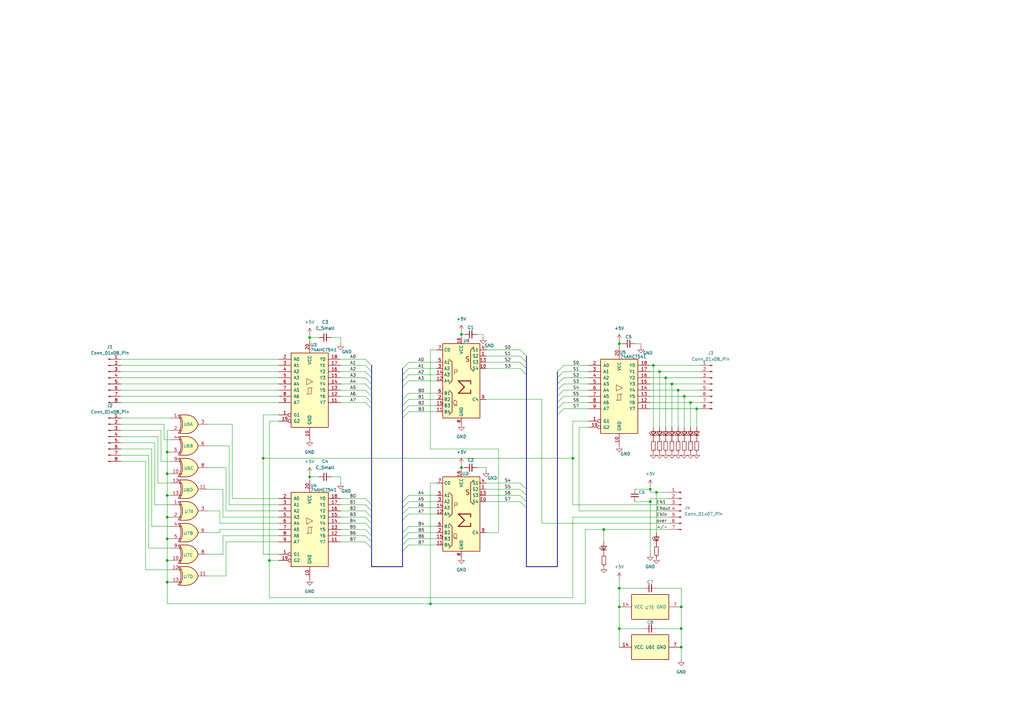
<source format=kicad_sch>
(kicad_sch (version 20250114) (generator "eeschema") (generator_version "9.0")
  (paper "A3")
  (lib_symbols
    (symbol "74xx:74AHCT541" (pin_names (offset 1.016))
      (property "Reference" "U" (at -7.62 16.51 0))
      (property "Value" "74AHCT541" (at -7.62 -16.51 0))
      (symbol "74AHCT541_1_0"
        (pin input line (at -12.7 12.7 0) (length 5.08) (name "A0") (number "2"))
        (pin input line (at -12.7 10.16 0) (length 5.08) (name "A1") (number "3"))
        (pin input line (at -12.7 7.62 0) (length 5.08) (name "A2") (number "4"))
        (pin input line (at -12.7 5.08 0) (length 5.08) (name "A3") (number "5"))
        (pin input line (at -12.7 2.54 0) (length 5.08) (name "A4") (number "6"))
        (pin input line (at -12.7 0 0) (length 5.08) (name "A5") (number "7"))
        (pin input line (at -12.7 -2.54 0) (length 5.08) (name "A6") (number "8"))
        (pin input line (at -12.7 -5.08 0) (length 5.08) (name "A7") (number "9"))
        (pin input inverted (at -12.7 -10.16 0) (length 5.08) (name "G1") (number "1"))
        (pin input inverted (at -12.7 -12.7 0) (length 5.08) (name "G2") (number "19"))
        (pin power_in line (at 0 20.32 270) (length 5.08) (name "VCC") (number "20"))
        (pin power_in line (at 0 -20.32 90) (length 5.08) (name "GND") (number "10"))
        (pin tri_state line (at 12.7 12.7 180) (length 5.08) (name "Y0") (number "18"))
        (pin tri_state line (at 12.7 10.16 180) (length 5.08) (name "Y1") (number "17"))
        (pin tri_state line (at 12.7 7.62 180) (length 5.08) (name "Y2") (number "16"))
        (pin tri_state line (at 12.7 5.08 180) (length 5.08) (name "Y3") (number "15"))
        (pin tri_state line (at 12.7 2.54 180) (length 5.08) (name "Y4") (number "14"))
        (pin tri_state line (at 12.7 0 180) (length 5.08) (name "Y5") (number "13"))
        (pin tri_state line (at 12.7 -2.54 180) (length 5.08) (name "Y6") (number "12"))
        (pin tri_state line (at 12.7 -5.08 180) (length 5.08) (name "Y7") (number "11"))
      )
    )
    (symbol "74xx:74HC86" (pin_names (offset 1.016))
      (property "Reference" "U" (at 0 1.27 0))
      (property "Value" "74HC86" (at 0 -1.27 0))
      (symbol "74HC86_1_0"
        (pin input line (at -7.62 2.54 0) (length 4.445) (name "~") (number "1"))
        (pin input line (at -7.62 -2.54 0) (length 4.445) (name "~") (number "2"))
        (pin output line (at 7.62 0 180) (length 3.81) (name "~") (number "3"))
      )
      (symbol "74HC86_2_0"
        (pin input line (at -7.62 2.54 0) (length 4.445) (name "~") (number "4"))
        (pin input line (at -7.62 -2.54 0) (length 4.445) (name "~") (number "5"))
        (pin output line (at 7.62 0 180) (length 3.81) (name "~") (number "6"))
      )
      (symbol "74HC86_3_0"
        (pin input line (at -7.62 2.54 0) (length 4.445) (name "~") (number "9"))
        (pin input line (at -7.62 -2.54 0) (length 4.445) (name "~") (number "10"))
        (pin output line (at 7.62 0 180) (length 3.81) (name "~") (number "8"))
      )
      (symbol "74HC86_4_0"
        (pin input line (at -7.62 2.54 0) (length 4.445) (name "~") (number "12"))
        (pin input line (at -7.62 -2.54 0) (length 4.445) (name "~") (number "13"))
        (pin output line (at 7.62 0 180) (length 3.81) (name "~") (number "11"))
      )
      (symbol "74HC86_5_0"
        (pin power_in line (at 0 12.7 270) (length 5.08) (name "VCC") (number "14"))
        (pin power_in line (at 0 -12.7 90) (length 5.08) (name "GND") (number "7"))
      )
    )
    (symbol "Connector:Conn_01x07_Pin" (pin_names (offset 1.016) (hide yes))
      (property "Reference" "J" (at 0 10.16 0))
      (property "Value" "Conn_01x07_Pin" (at 0 -10.16 0))
      (symbol "Conn_01x07_Pin_1_1"
        (pin passive line (at 5.08 7.62 180) (length 3.81) (name "Pin_1") (number "1"))
        (pin passive line (at 5.08 5.08 180) (length 3.81) (name "Pin_2") (number "2"))
        (pin passive line (at 5.08 2.54 180) (length 3.81) (name "Pin_3") (number "3"))
        (pin passive line (at 5.08 0 180) (length 3.81) (name "Pin_4") (number "4"))
        (pin passive line (at 5.08 -2.54 180) (length 3.81) (name "Pin_5") (number "5"))
        (pin passive line (at 5.08 -5.08 180) (length 3.81) (name "Pin_6") (number "6"))
        (pin passive line (at 5.08 -7.62 180) (length 3.81) (name "Pin_7") (number "7"))
      )
    )
    (symbol "Connector:Conn_01x08_Pin" (pin_names (offset 1.016) (hide yes))
      (property "Reference" "J" (at 0 10.16 0))
      (property "Value" "Conn_01x08_Pin" (at 0 -12.7 0))
      (symbol "Conn_01x08_Pin_1_1"
        (pin passive line (at 5.08 7.62 180) (length 3.81) (name "Pin_1") (number "1"))
        (pin passive line (at 5.08 5.08 180) (length 3.81) (name "Pin_2") (number "2"))
        (pin passive line (at 5.08 2.54 180) (length 3.81) (name "Pin_3") (number "3"))
        (pin passive line (at 5.08 0 180) (length 3.81) (name "Pin_4") (number "4"))
        (pin passive line (at 5.08 -2.54 180) (length 3.81) (name "Pin_5") (number "5"))
        (pin passive line (at 5.08 -5.08 180) (length 3.81) (name "Pin_6") (number "6"))
        (pin passive line (at 5.08 -7.62 180) (length 3.81) (name "Pin_7") (number "7"))
        (pin passive line (at 5.08 -10.16 180) (length 3.81) (name "Pin_8") (number "8"))
      )
    )
    (symbol "Device:C_Small" (pin_numbers (hide yes)) (pin_names (offset 0.254) (hide yes))
      (property "Reference" "C" (at 0.254 1.778 0))
      (property "Value" "C_Small" (at 0.254 -2.032 0))
      (symbol "C_Small_1_1"
        (pin passive line (at 0 2.54 270) (length 2.032) (name "~") (number "1"))
        (pin passive line (at 0 -2.54 90) (length 2.032) (name "~") (number "2"))
      )
    )
    (symbol "Device:LED_Small" (pin_numbers (hide yes)) (pin_names (offset 0.254) (hide yes))
      (property "Reference" "D" (at -1.27 3.175 0))
      (property "Value" "LED_Small" (at -4.445 -2.54 0))
      (symbol "LED_Small_1_1"
        (pin passive line (at -2.54 0 0) (length 1.778) (name "K") (number "1"))
        (pin passive line (at 2.54 0 180) (length 1.778) (name "A") (number "2"))
      )
    )
    (symbol "Device:R_Small" (pin_numbers (hide yes)) (pin_names (offset 0.254) (hide yes))
      (property "Reference" "R" (at 0.762 0.508 0))
      (property "Value" "R_Small" (at 0.762 -1.016 0))
      (symbol "R_Small_1_1"
        (pin passive line (at 0 2.54 270) (length 0.762) (name "~") (number "1"))
        (pin passive line (at 0 -2.54 90) (length 0.762) (name "~") (number "2"))
      )
    )
    (symbol "New_Library1:CD74HC283"
      (property "Reference" "U" (at 1.27 16.256 0))
      (symbol "CD74HC283_0_0"
        (text "Q" (at -2.54 -9.144 0) (effects (font (size 2.032 2.032))))
        (text "P" (at -2.286 3.556 0) (effects (font (size 2.032 2.032))))
      )
      (symbol "CD74HC283_1_0"
        (pin power_in line (at 0 17.78 270) (length 2.54) (name "VCC") (number "16"))
        (pin power_in line (at 0 -17.78 90) (length 2.54) (name "GND") (number "8"))
      )
      (symbol "CD74HC283_1_1"
        (text "S" (at 2.54 8.89 0) (effects (font (size 1.905 1.905) (thickness 0.2381))))
        (pin input line (at -10.16 12.7 0) (length 2.54) (name "C0") (number "7"))
        (pin input line (at -10.16 7.62 0) (length 2.54) (name "A1") (number "5"))
        (pin input line (at -10.16 5.08 0) (length 2.54) (name "A2") (number "3"))
        (pin input line (at -10.16 2.54 0) (length 2.54) (name "A3") (number "14"))
        (pin input line (at -10.16 0 0) (length 2.54) (name "A4") (number "12"))
        (pin input line (at -10.16 -5.08 0) (length 2.54) (name "B1") (number "6"))
        (pin input line (at -10.16 -7.62 0) (length 2.54) (name "B2") (number "2"))
        (pin input line (at -10.16 -10.16 0) (length 2.54) (name "B3") (number "15"))
        (pin input line (at -10.16 -12.7 0) (length 2.54) (name "B4") (number "11"))
        (pin output line (at 10.16 12.7 180) (length 2.54) (name "S1") (number "4"))
        (pin output line (at 10.16 10.16 180) (length 2.54) (name "S2") (number "1"))
        (pin output line (at 10.16 7.62 180) (length 2.54) (name "S3") (number "13"))
        (pin output line (at 10.16 5.08 180) (length 2.54) (name "S4") (number "10"))
        (pin output line (at 10.16 -7.62 180) (length 2.54) (name "C4") (number "9"))
      )
    )
    (symbol "power:+5V" (power) (pin_numbers (hide yes)) (pin_names (offset 0) (hide yes))
      (property "Value" "+5V" (at 0 3.556 0))
      (symbol "+5V_1_1"
        (pin power_in line (at 0 0 90) (length 0) (name "~") (number "1"))
      )
    )
    (symbol "power:GND" (power) (pin_numbers (hide yes)) (pin_names (offset 0) (hide yes))
      (property "Value" "GND" (at 0 -3.81 0))
      (symbol "GND_1_1"
        (pin power_in line (at 0 0 270) (length 0) (name "~") (number "1"))
      )
    )
  )
  (junction (at 275.59 157.48))
  (junction (at 176.53 247.65))
  (junction (at 254 140.97))
  (junction (at 280.67 162.56))
  (junction (at 267.97 149.86))
  (junction (at 68.58 194.31))
  (junction (at 273.05 154.94))
  (junction (at 254 257.81))
  (junction (at 189.23 137.16))
  (junction (at 68.58 185.42))
  (junction (at 269.24 201.93))
  (junction (at 279.4 248.92))
  (junction (at 247.65 217.17))
  (junction (at 278.13 160.02))
  (junction (at 189.23 191.77))
  (junction (at 279.4 257.81))
  (junction (at 68.58 238.76))
  (junction (at 68.58 229.87))
  (junction (at 127 195.58))
  (junction (at 270.51 152.4))
  (junction (at 266.7 205.74))
  (junction (at 68.58 212.09))
  (junction (at 283.21 165.1))
  (junction (at 107.95 187.96))
  (junction (at 279.4 265.43))
  (junction (at 110.49 229.87))
  (junction (at 127 138.43))
  (junction (at 254 241.3))
  (junction (at 234.95 187.96))
  (junction (at 285.75 167.64))
  (junction (at 68.58 203.2))
  (junction (at 68.58 220.98))
  (junction (at 266.7 200.66))
  (junction (at 254 248.92))
  (bus_entry (at 228.6 154.94) (size 2.54 -2.54))
  (bus_entry (at 152.4 224.79) (size -2.54 -2.54))
  (bus_entry (at 152.4 222.25) (size -2.54 -2.54))
  (bus_entry (at 215.9 208.28) (size -2.54 -2.54))
  (bus_entry (at 165.1 156.21) (size 2.54 -2.54))
  (bus_entry (at 165.1 163.83) (size 2.54 -2.54))
  (bus_entry (at 215.9 146.05) (size -2.54 -2.54))
  (bus_entry (at 165.1 210.82) (size 2.54 -2.54))
  (bus_entry (at 152.4 157.48) (size -2.54 -2.54))
  (bus_entry (at 152.4 149.86) (size -2.54 -2.54))
  (bus_entry (at 165.1 166.37) (size 2.54 -2.54))
  (bus_entry (at 215.9 153.67) (size -2.54 -2.54))
  (bus_entry (at 165.1 208.28) (size 2.54 -2.54))
  (bus_entry (at 228.6 165.1) (size 2.54 -2.54))
  (bus_entry (at 215.9 200.66) (size -2.54 -2.54))
  (bus_entry (at 165.1 153.67) (size 2.54 -2.54))
  (bus_entry (at 152.4 217.17) (size -2.54 -2.54))
  (bus_entry (at 215.9 205.74) (size -2.54 -2.54))
  (bus_entry (at 228.6 160.02) (size 2.54 -2.54))
  (bus_entry (at 152.4 214.63) (size -2.54 -2.54))
  (bus_entry (at 152.4 160.02) (size -2.54 -2.54))
  (bus_entry (at 165.1 168.91) (size 2.54 -2.54))
  (bus_entry (at 228.6 167.64) (size 2.54 -2.54))
  (bus_entry (at 152.4 154.94) (size -2.54 -2.54))
  (bus_entry (at 165.1 151.13) (size 2.54 -2.54))
  (bus_entry (at 165.1 171.45) (size 2.54 -2.54))
  (bus_entry (at 228.6 152.4) (size 2.54 -2.54))
  (bus_entry (at 165.1 218.44) (size 2.54 -2.54))
  (bus_entry (at 152.4 207.01) (size -2.54 -2.54))
  (bus_entry (at 165.1 223.52) (size 2.54 -2.54))
  (bus_entry (at 152.4 219.71) (size -2.54 -2.54))
  (bus_entry (at 152.4 165.1) (size -2.54 -2.54))
  (bus_entry (at 215.9 151.13) (size -2.54 -2.54))
  (bus_entry (at 215.9 148.59) (size -2.54 -2.54))
  (bus_entry (at 165.1 226.06) (size 2.54 -2.54))
  (bus_entry (at 165.1 213.36) (size 2.54 -2.54))
  (bus_entry (at 215.9 203.2) (size -2.54 -2.54))
  (bus_entry (at 228.6 170.18) (size 2.54 -2.54))
  (bus_entry (at 165.1 220.98) (size 2.54 -2.54))
  (bus_entry (at 165.1 158.75) (size 2.54 -2.54))
  (bus_entry (at 152.4 209.55) (size -2.54 -2.54))
  (bus_entry (at 228.6 162.56) (size 2.54 -2.54))
  (bus_entry (at 165.1 205.74) (size 2.54 -2.54))
  (bus_entry (at 152.4 212.09) (size -2.54 -2.54))
  (bus_entry (at 152.4 167.64) (size -2.54 -2.54))
  (bus_entry (at 228.6 157.48) (size 2.54 -2.54))
  (bus_entry (at 152.4 152.4) (size -2.54 -2.54))
  (bus_entry (at 152.4 162.56) (size -2.54 -2.54))
  (wire (pts (xy 68.58 194.31) (xy 69.85 194.31)))
  (bus (pts (xy 165.1 205.74) (xy 165.1 208.28)))
  (wire (pts (xy 167.64 220.98) (xy 179.07 220.98)))
  (bus (pts (xy 228.6 160.02) (xy 228.6 162.56)))
  (wire (pts (xy 254 140.97) (xy 254 142.24)))
  (wire (pts (xy 278.13 160.02) (xy 266.7 160.02)))
  (wire (pts (xy 114.3 217.17) (xy 90.17 217.17)))
  (wire (pts (xy 167.64 215.9) (xy 179.07 215.9)))
  (wire (pts (xy 266.7 201.93) (xy 269.24 201.93)))
  (bus (pts (xy 215.9 153.67) (xy 215.9 200.66)))
  (wire (pts (xy 222.25 163.83) (xy 222.25 214.63)))
  (bus (pts (xy 152.4 154.94) (xy 152.4 157.48)))
  (wire (pts (xy 63.5 207.01) (xy 69.85 207.01)))
  (wire (pts (xy 167.64 153.67) (xy 179.07 153.67)))
  (wire (pts (xy 114.3 227.33) (xy 107.95 227.33)))
  (wire (pts (xy 241.3 160.02) (xy 231.14 160.02)))
  (wire (pts (xy 254 257.81) (xy 264.16 257.81)))
  (wire (pts (xy 260.35 205.74) (xy 266.7 205.74)))
  (wire (pts (xy 287.02 165.1) (xy 283.21 165.1)))
  (wire (pts (xy 241.3 172.72) (xy 234.95 172.72)))
  (wire (pts (xy 149.86 162.56) (xy 139.7 162.56)))
  (wire (pts (xy 199.39 151.13) (xy 213.36 151.13)))
  (wire (pts (xy 69.85 233.68) (xy 59.69 233.68)))
  (wire (pts (xy 68.58 212.09) (xy 69.85 212.09)))
  (wire (pts (xy 49.53 149.86) (xy 114.3 149.86)))
  (wire (pts (xy 68.58 220.98) (xy 68.58 229.87)))
  (wire (pts (xy 198.12 138.43) (xy 198.12 137.16)))
  (bus (pts (xy 215.9 205.74) (xy 215.9 208.28)))
  (wire (pts (xy 68.58 212.09) (xy 68.58 220.98)))
  (bus (pts (xy 165.1 168.91) (xy 165.1 171.45)))
  (wire (pts (xy 167.64 163.83) (xy 179.07 163.83)))
  (wire (pts (xy 274.32 207.01) (xy 234.95 207.01)))
  (wire (pts (xy 49.53 154.94) (xy 114.3 154.94)))
  (wire (pts (xy 167.64 203.2) (xy 179.07 203.2)))
  (wire (pts (xy 199.39 143.51) (xy 213.36 143.51)))
  (wire (pts (xy 91.44 212.09) (xy 91.44 200.66)))
  (wire (pts (xy 60.96 186.69) (xy 60.96 224.79)))
  (wire (pts (xy 149.86 222.25) (xy 139.7 222.25)))
  (bus (pts (xy 215.9 151.13) (xy 215.9 153.67)))
  (wire (pts (xy 204.47 184.15) (xy 176.53 184.15)))
  (wire (pts (xy 267.97 149.86) (xy 267.97 175.26)))
  (wire (pts (xy 85.09 191.77) (xy 92.71 191.77)))
  (wire (pts (xy 234.95 207.01) (xy 234.95 187.96)))
  (wire (pts (xy 199.39 203.2) (xy 213.36 203.2)))
  (wire (pts (xy 237.49 175.26) (xy 237.49 209.55)))
  (wire (pts (xy 107.95 187.96) (xy 107.95 170.18)))
  (bus (pts (xy 152.4 207.01) (xy 152.4 209.55)))
  (wire (pts (xy 149.86 152.4) (xy 139.7 152.4)))
  (wire (pts (xy 66.04 176.53) (xy 66.04 189.23)))
  (wire (pts (xy 149.86 149.86) (xy 139.7 149.86)))
  (wire (pts (xy 110.49 172.72) (xy 110.49 229.87)))
  (wire (pts (xy 114.3 172.72) (xy 110.49 172.72)))
  (wire (pts (xy 190.5 137.16) (xy 189.23 137.16)))
  (bus (pts (xy 165.1 171.45) (xy 165.1 205.74)))
  (wire (pts (xy 234.95 245.11) (xy 110.49 245.11)))
  (wire (pts (xy 90.17 209.55) (xy 90.17 214.63)))
  (wire (pts (xy 222.25 214.63) (xy 274.32 214.63)))
  (wire (pts (xy 266.7 167.64) (xy 285.75 167.64)))
  (wire (pts (xy 278.13 160.02) (xy 278.13 175.26)))
  (wire (pts (xy 64.77 179.07) (xy 49.53 179.07)))
  (bus (pts (xy 165.1 218.44) (xy 165.1 220.98)))
  (wire (pts (xy 149.86 165.1) (xy 139.7 165.1)))
  (bus (pts (xy 215.9 203.2) (xy 215.9 205.74)))
  (wire (pts (xy 49.53 176.53) (xy 66.04 176.53)))
  (wire (pts (xy 247.65 222.25) (xy 247.65 217.17)))
  (wire (pts (xy 167.64 148.59) (xy 179.07 148.59)))
  (wire (pts (xy 199.39 148.59) (xy 213.36 148.59)))
  (wire (pts (xy 68.58 176.53) (xy 68.58 185.42)))
  (wire (pts (xy 269.24 201.93) (xy 269.24 218.44)))
  (wire (pts (xy 167.64 156.21) (xy 179.07 156.21)))
  (wire (pts (xy 68.58 203.2) (xy 68.58 212.09)))
  (wire (pts (xy 49.53 157.48) (xy 114.3 157.48)))
  (bus (pts (xy 228.6 154.94) (xy 228.6 157.48)))
  (wire (pts (xy 179.07 198.12) (xy 176.53 198.12)))
  (wire (pts (xy 139.7 140.97) (xy 139.7 138.43)))
  (wire (pts (xy 68.58 247.65) (xy 68.58 238.76)))
  (bus (pts (xy 215.9 148.59) (xy 215.9 151.13)))
  (wire (pts (xy 49.53 152.4) (xy 114.3 152.4)))
  (wire (pts (xy 283.21 165.1) (xy 266.7 165.1)))
  (wire (pts (xy 270.51 152.4) (xy 266.7 152.4)))
  (bus (pts (xy 152.4 167.64) (xy 152.4 207.01)))
  (wire (pts (xy 266.7 199.39) (xy 266.7 200.66)))
  (wire (pts (xy 189.23 135.89) (xy 189.23 137.16)))
  (wire (pts (xy 275.59 157.48) (xy 275.59 175.26)))
  (bus (pts (xy 228.6 157.48) (xy 228.6 160.02)))
  (wire (pts (xy 241.3 165.1) (xy 231.14 165.1)))
  (wire (pts (xy 149.86 204.47) (xy 139.7 204.47)))
  (wire (pts (xy 254 241.3) (xy 254 248.92)))
  (wire (pts (xy 92.71 222.25) (xy 92.71 236.22)))
  (bus (pts (xy 165.1 210.82) (xy 165.1 213.36)))
  (wire (pts (xy 69.85 180.34) (xy 67.31 180.34)))
  (wire (pts (xy 234.95 212.09) (xy 234.95 245.11)))
  (wire (pts (xy 95.25 204.47) (xy 114.3 204.47)))
  (wire (pts (xy 176.53 247.65) (xy 68.58 247.65)))
  (wire (pts (xy 262.89 140.97) (xy 260.35 140.97)))
  (bus (pts (xy 152.4 162.56) (xy 152.4 165.1)))
  (wire (pts (xy 190.5 191.77) (xy 189.23 191.77)))
  (wire (pts (xy 199.39 191.77) (xy 195.58 191.77)))
  (wire (pts (xy 287.02 160.02) (xy 278.13 160.02)))
  (wire (pts (xy 254 139.7) (xy 254 140.97)))
  (bus (pts (xy 215.9 232.41) (xy 228.6 232.41)))
  (wire (pts (xy 93.98 207.01) (xy 93.98 182.88)))
  (wire (pts (xy 269.24 201.93) (xy 274.32 201.93)))
  (wire (pts (xy 199.39 205.74) (xy 213.36 205.74)))
  (wire (pts (xy 149.86 160.02) (xy 139.7 160.02)))
  (wire (pts (xy 49.53 186.69) (xy 60.96 186.69)))
  (wire (pts (xy 254 248.92) (xy 254 257.81)))
  (wire (pts (xy 68.58 185.42) (xy 69.85 185.42)))
  (wire (pts (xy 90.17 218.44) (xy 85.09 218.44)))
  (wire (pts (xy 234.95 172.72) (xy 234.95 187.96)))
  (wire (pts (xy 85.09 227.33) (xy 91.44 227.33)))
  (wire (pts (xy 273.05 154.94) (xy 273.05 175.26)))
  (wire (pts (xy 68.58 220.98) (xy 69.85 220.98)))
  (wire (pts (xy 189.23 137.16) (xy 189.23 138.43)))
  (bus (pts (xy 152.4 209.55) (xy 152.4 212.09)))
  (bus (pts (xy 165.1 163.83) (xy 165.1 166.37)))
  (wire (pts (xy 189.23 190.5) (xy 189.23 191.77)))
  (wire (pts (xy 255.27 140.97) (xy 254 140.97)))
  (wire (pts (xy 130.81 195.58) (xy 127 195.58)))
  (wire (pts (xy 85.09 209.55) (xy 90.17 209.55)))
  (wire (pts (xy 68.58 238.76) (xy 69.85 238.76)))
  (wire (pts (xy 260.35 200.66) (xy 266.7 200.66)))
  (wire (pts (xy 273.05 154.94) (xy 266.7 154.94)))
  (wire (pts (xy 241.3 152.4) (xy 231.14 152.4)))
  (bus (pts (xy 152.4 152.4) (xy 152.4 154.94)))
  (wire (pts (xy 176.53 198.12) (xy 176.53 247.65)))
  (bus (pts (xy 228.6 165.1) (xy 228.6 167.64)))
  (wire (pts (xy 167.64 218.44) (xy 179.07 218.44)))
  (wire (pts (xy 240.03 247.65) (xy 176.53 247.65)))
  (bus (pts (xy 152.4 160.02) (xy 152.4 162.56)))
  (wire (pts (xy 199.39 198.12) (xy 213.36 198.12)))
  (wire (pts (xy 241.3 162.56) (xy 231.14 162.56)))
  (wire (pts (xy 280.67 162.56) (xy 280.67 175.26)))
  (wire (pts (xy 149.86 217.17) (xy 139.7 217.17)))
  (wire (pts (xy 90.17 214.63) (xy 114.3 214.63)))
  (wire (pts (xy 149.86 154.94) (xy 139.7 154.94)))
  (wire (pts (xy 49.53 171.45) (xy 69.85 171.45)))
  (wire (pts (xy 110.49 245.11) (xy 110.49 229.87)))
  (bus (pts (xy 165.1 153.67) (xy 165.1 156.21)))
  (wire (pts (xy 90.17 217.17) (xy 90.17 218.44)))
  (wire (pts (xy 69.85 215.9) (xy 62.23 215.9)))
  (bus (pts (xy 165.1 208.28) (xy 165.1 210.82)))
  (wire (pts (xy 67.31 173.99) (xy 49.53 173.99)))
  (wire (pts (xy 254 257.81) (xy 254 265.43)))
  (wire (pts (xy 107.95 170.18) (xy 114.3 170.18)))
  (wire (pts (xy 62.23 184.15) (xy 49.53 184.15)))
  (wire (pts (xy 49.53 181.61) (xy 63.5 181.61)))
  (wire (pts (xy 92.71 236.22) (xy 85.09 236.22)))
  (bus (pts (xy 152.4 214.63) (xy 152.4 217.17)))
  (wire (pts (xy 266.7 204.47) (xy 274.32 204.47)))
  (wire (pts (xy 266.7 205.74) (xy 266.7 227.33)))
  (wire (pts (xy 280.67 162.56) (xy 266.7 162.56)))
  (bus (pts (xy 152.4 232.41) (xy 165.1 232.41)))
  (wire (pts (xy 254 237.49) (xy 254 241.3)))
  (wire (pts (xy 167.64 168.91) (xy 179.07 168.91)))
  (wire (pts (xy 275.59 157.48) (xy 266.7 157.48)))
  (wire (pts (xy 167.64 210.82) (xy 179.07 210.82)))
  (wire (pts (xy 59.69 233.68) (xy 59.69 189.23)))
  (wire (pts (xy 149.86 207.01) (xy 139.7 207.01)))
  (wire (pts (xy 279.4 241.3) (xy 279.4 248.92)))
  (wire (pts (xy 264.16 241.3) (xy 254 241.3)))
  (wire (pts (xy 139.7 138.43) (xy 135.89 138.43)))
  (wire (pts (xy 199.39 146.05) (xy 213.36 146.05)))
  (wire (pts (xy 287.02 154.94) (xy 273.05 154.94)))
  (wire (pts (xy 59.69 189.23) (xy 49.53 189.23)))
  (wire (pts (xy 93.98 182.88) (xy 85.09 182.88)))
  (bus (pts (xy 152.4 212.09) (xy 152.4 214.63)))
  (bus (pts (xy 152.4 222.25) (xy 152.4 224.79)))
  (bus (pts (xy 215.9 200.66) (xy 215.9 203.2)))
  (wire (pts (xy 234.95 187.96) (xy 107.95 187.96)))
  (wire (pts (xy 114.3 222.25) (xy 92.71 222.25)))
  (wire (pts (xy 127 194.31) (xy 127 195.58)))
  (wire (pts (xy 287.02 162.56) (xy 280.67 162.56)))
  (wire (pts (xy 266.7 205.74) (xy 266.7 204.47)))
  (wire (pts (xy 198.12 137.16) (xy 195.58 137.16)))
  (bus (pts (xy 165.1 151.13) (xy 165.1 153.67)))
  (wire (pts (xy 107.95 227.33) (xy 107.95 187.96)))
  (wire (pts (xy 199.39 193.04) (xy 199.39 191.77)))
  (bus (pts (xy 165.1 232.41) (xy 165.1 226.06)))
  (wire (pts (xy 127 195.58) (xy 127 196.85)))
  (wire (pts (xy 262.89 142.24) (xy 262.89 140.97)))
  (wire (pts (xy 68.58 185.42) (xy 68.58 194.31)))
  (wire (pts (xy 287.02 157.48) (xy 275.59 157.48)))
  (wire (pts (xy 167.64 151.13) (xy 179.07 151.13)))
  (wire (pts (xy 149.86 147.32) (xy 139.7 147.32)))
  (wire (pts (xy 149.86 214.63) (xy 139.7 214.63)))
  (wire (pts (xy 237.49 209.55) (xy 274.32 209.55)))
  (wire (pts (xy 69.85 176.53) (xy 68.58 176.53)))
  (bus (pts (xy 152.4 165.1) (xy 152.4 167.64)))
  (wire (pts (xy 176.53 184.15) (xy 176.53 143.51)))
  (wire (pts (xy 199.39 200.66) (xy 213.36 200.66)))
  (wire (pts (xy 270.51 152.4) (xy 270.51 175.26)))
  (wire (pts (xy 63.5 181.61) (xy 63.5 207.01)))
  (wire (pts (xy 240.03 217.17) (xy 240.03 247.65)))
  (wire (pts (xy 241.3 167.64) (xy 231.14 167.64)))
  (bus (pts (xy 152.4 224.79) (xy 152.4 232.41)))
  (wire (pts (xy 149.86 209.55) (xy 139.7 209.55)))
  (wire (pts (xy 139.7 195.58) (xy 135.89 195.58)))
  (wire (pts (xy 287.02 152.4) (xy 270.51 152.4)))
  (wire (pts (xy 279.4 257.81) (xy 279.4 265.43)))
  (bus (pts (xy 228.6 167.64) (xy 228.6 170.18)))
  (wire (pts (xy 62.23 215.9) (xy 62.23 184.15)))
  (wire (pts (xy 127 138.43) (xy 127 139.7)))
  (wire (pts (xy 266.7 200.66) (xy 266.7 201.93)))
  (wire (pts (xy 149.86 219.71) (xy 139.7 219.71)))
  (wire (pts (xy 91.44 200.66) (xy 85.09 200.66)))
  (wire (pts (xy 69.85 198.12) (xy 64.77 198.12)))
  (wire (pts (xy 91.44 227.33) (xy 91.44 219.71)))
  (wire (pts (xy 67.31 180.34) (xy 67.31 173.99)))
  (wire (pts (xy 283.21 165.1) (xy 283.21 175.26)))
  (wire (pts (xy 267.97 149.86) (xy 266.7 149.86)))
  (wire (pts (xy 237.49 175.26) (xy 241.3 175.26)))
  (bus (pts (xy 228.6 232.41) (xy 228.6 170.18)))
  (wire (pts (xy 110.49 229.87) (xy 114.3 229.87)))
  (wire (pts (xy 85.09 173.99) (xy 95.25 173.99)))
  (wire (pts (xy 49.53 165.1) (xy 114.3 165.1)))
  (wire (pts (xy 241.3 154.94) (xy 231.14 154.94)))
  (wire (pts (xy 114.3 212.09) (xy 91.44 212.09)))
  (wire (pts (xy 269.24 241.3) (xy 279.4 241.3)))
  (bus (pts (xy 215.9 146.05) (xy 215.9 148.59)))
  (wire (pts (xy 68.58 229.87) (xy 68.58 238.76)))
  (bus (pts (xy 165.1 166.37) (xy 165.1 168.91)))
  (wire (pts (xy 167.64 161.29) (xy 179.07 161.29)))
  (wire (pts (xy 68.58 203.2) (xy 69.85 203.2)))
  (wire (pts (xy 241.3 157.48) (xy 231.14 157.48)))
  (wire (pts (xy 49.53 160.02) (xy 114.3 160.02)))
  (wire (pts (xy 139.7 198.12) (xy 139.7 195.58)))
  (wire (pts (xy 269.24 257.81) (xy 279.4 257.81)))
  (wire (pts (xy 149.86 157.48) (xy 139.7 157.48)))
  (wire (pts (xy 66.04 189.23) (xy 69.85 189.23)))
  (bus (pts (xy 215.9 208.28) (xy 215.9 232.41)))
  (wire (pts (xy 60.96 224.79) (xy 69.85 224.79)))
  (wire (pts (xy 92.71 191.77) (xy 92.71 209.55)))
  (wire (pts (xy 114.3 207.01) (xy 93.98 207.01)))
  (bus (pts (xy 152.4 149.86) (xy 152.4 152.4)))
  (wire (pts (xy 149.86 212.09) (xy 139.7 212.09)))
  (wire (pts (xy 176.53 143.51) (xy 179.07 143.51)))
  (bus (pts (xy 228.6 152.4) (xy 228.6 154.94)))
  (wire (pts (xy 167.64 208.28) (xy 179.07 208.28)))
  (bus (pts (xy 152.4 157.48) (xy 152.4 160.02)))
  (wire (pts (xy 49.53 162.56) (xy 114.3 162.56)))
  (wire (pts (xy 279.4 248.92) (xy 279.4 257.81)))
  (wire (pts (xy 68.58 229.87) (xy 69.85 229.87)))
  (wire (pts (xy 285.75 175.26) (xy 285.75 167.64)))
  (wire (pts (xy 95.25 173.99) (xy 95.25 204.47)))
  (wire (pts (xy 167.64 205.74) (xy 179.07 205.74)))
  (bus (pts (xy 165.1 156.21) (xy 165.1 158.75)))
  (wire (pts (xy 167.64 166.37) (xy 179.07 166.37)))
  (wire (pts (xy 189.23 191.77) (xy 189.23 193.04)))
  (wire (pts (xy 199.39 163.83) (xy 222.25 163.83)))
  (bus (pts (xy 228.6 162.56) (xy 228.6 165.1)))
  (wire (pts (xy 279.4 265.43) (xy 279.4 270.51)))
  (wire (pts (xy 49.53 147.32) (xy 114.3 147.32)))
  (wire (pts (xy 287.02 149.86) (xy 267.97 149.86)))
  (wire (pts (xy 91.44 219.71) (xy 114.3 219.71)))
  (bus (pts (xy 165.1 220.98) (xy 165.1 223.52)))
  (bus (pts (xy 152.4 217.17) (xy 152.4 219.71)))
  (bus (pts (xy 152.4 219.71) (xy 152.4 222.25)))
  (wire (pts (xy 285.75 167.64) (xy 287.02 167.64)))
  (wire (pts (xy 130.81 138.43) (xy 127 138.43)))
  (wire (pts (xy 64.77 198.12) (xy 64.77 179.07)))
  (bus (pts (xy 165.1 213.36) (xy 165.1 218.44)))
  (wire (pts (xy 234.95 212.09) (xy 274.32 212.09)))
  (wire (pts (xy 167.64 223.52) (xy 179.07 223.52)))
  (wire (pts (xy 127 137.16) (xy 127 138.43)))
  (wire (pts (xy 92.71 209.55) (xy 114.3 209.55)))
  (bus (pts (xy 165.1 223.52) (xy 165.1 226.06)))
  (bus (pts (xy 165.1 158.75) (xy 165.1 163.83)))
  (wire (pts (xy 247.65 217.17) (xy 240.03 217.17)))
  (wire (pts (xy 241.3 149.86) (xy 231.14 149.86)))
  (wire (pts (xy 199.39 218.44) (xy 204.47 218.44)))
  (wire (pts (xy 204.47 218.44) (xy 204.47 184.15)))
  (wire (pts (xy 274.32 217.17) (xy 247.65 217.17)))
  (wire (pts (xy 68.58 194.31) (xy 68.58 203.2)))
  (label "A1" (at 146.05 149.86 180))
  (label "ENout" (at 269.24 209.55 0))
  (label "B3" (at 171.45 168.91 0))
  (label "B1" (at 146.05 207.01 180))
  (label "A5" (at 146.05 160.02 180))
  (label "S3" (at 234.95 157.48 0))
  (label "A4" (at 146.05 157.48 180))
  (label "S4" (at 209.55 198.12 180))
  (label "S1" (at 209.55 146.05 180))
  (label "A7" (at 171.45 210.82 0))
  (label "A3" (at 146.05 154.94 180))
  (label "over" (at 269.24 214.63 0))
  (label "S6" (at 234.95 165.1 0))
  (label "B7" (at 171.45 223.52 0))
  (label "B2" (at 171.45 166.37 0))
  (label "A6" (at 171.45 208.28 0))
  (label "B5" (at 171.45 218.44 0))
  (label "B6" (at 146.05 219.71 180))
  (label "A3" (at 171.45 156.21 0))
  (label "A0" (at 171.45 148.59 0))
  (label "B4" (at 146.05 214.63 180))
  (label "S2" (at 234.95 154.94 0))
  (label "EN1" (at 269.24 207.01 0))
  (label "B1" (at 171.45 163.83 0))
  (label "S4" (at 234.95 160.02 0))
  (label "B3" (at 146.05 212.09 180))
  (label "B2" (at 146.05 209.55 180))
  (label "S5" (at 234.95 162.56 0))
  (label "A2" (at 171.45 153.67 0))
  (label "B0" (at 146.05 204.47 180))
  (label "B4" (at 171.45 215.9 0))
  (label "B0" (at 171.45 161.29 0))
  (label "B5" (at 146.05 217.17 180))
  (label "S0" (at 209.55 143.51 180))
  (label "ENin" (at 269.24 212.09 0))
  (label "S0" (at 234.95 149.86 0))
  (label "B6" (at 171.45 220.98 0))
  (label "S2" (at 209.55 148.59 180))
  (label "A1" (at 171.45 151.13 0))
  (label "A6" (at 146.05 162.56 180))
  (label "B7" (at 146.05 222.25 180))
  (label "A0" (at 146.05 147.32 180))
  (label "S7" (at 209.55 205.74 180))
  (label "A7" (at 146.05 165.1 180))
  (label "S7" (at 234.95 167.64 0))
  (label "+{slash}-" (at 269.24 217.17 0))
  (label "A2" (at 146.05 152.4 180))
  (label "S3" (at 209.55 151.13 180))
  (label "S5" (at 209.55 200.66 180))
  (label "S1" (at 234.95 152.4 0))
  (label "A5" (at 171.45 205.74 0))
  (label "A4" (at 171.45 203.2 0))
  (label "S6" (at 209.55 203.2 180))
  (symbol (lib_id "power:GND") (at 267.97 185.42 0) (unit 1)
    (property "Reference" "#PWR016" (effects (hide yes)))
    (property "Value" "GND" (effects (hide yes)))
    (property "Description" "Power symbol creates a global label with name \"GND\" , ground" (effects (hide yes)))
  )
  (symbol (lib_id "Device:LED_Small") (at 247.65 224.79 90) (unit 1)
    (property "Reference" "D9" (effects (hide yes)))
    (property "Value" "LED_Small" (effects (hide yes)))
    (property "Footprint" "LED_SMD:LED_0603_1608Metric_Pad1.05x0.95mm_HandSolder" (effects (hide yes)))
    (property "Description" "Light emitting diode, small symbol" (effects (hide yes)))
  )
  (symbol (lib_id "power:GND") (at 269.24 228.6 0) (unit 1)
    (property "Reference" "#PWR029" (effects (hide yes)))
    (property "Value" "GND" (effects (hide yes)))
    (property "Description" "Power symbol creates a global label with name \"GND\" , ground" (effects (hide yes)))
  )
  (symbol (lib_id "power:GND") (at 280.67 185.42 0) (unit 1)
    (property "Reference" "#PWR021" (effects (hide yes)))
    (property "Value" "GND" (effects (hide yes)))
    (property "Description" "Power symbol creates a global label with name \"GND\" , ground" (effects (hide yes)))
  )
  (symbol (lib_id "power:+5V") (at 189.23 190.5 0) (unit 1)
    (property "Reference" "#PWR03" (effects (hide yes)))
    (property "Value" "+5V" (at 189.23 185.42 0))
    (property "Description" "Power symbol creates a global label with name \"+5V\"" (effects (hide yes)))
  )
  (symbol (lib_id "power:GND") (at 189.23 228.6 0) (unit 1)
    (property "Reference" "#PWR02" (effects (hide yes)))
    (property "Value" "GND" (at 189.23 233.68 0))
    (property "Description" "Power symbol creates a global label with name \"GND\" , ground" (effects (hide yes)))
  )
  (symbol (lib_id "power:GND") (at 285.75 185.42 0) (unit 1)
    (property "Reference" "#PWR023" (effects (hide yes)))
    (property "Value" "GND" (effects (hide yes)))
    (property "Description" "Power symbol creates a global label with name \"GND\" , ground" (effects (hide yes)))
  )
  (symbol (lib_id "74xx:74HC86") (at 77.47 227.33 0) (unit 3)
    (property "Reference" "U7" (at 77.216 227.584 0))
    (property "Value" "74HC86" (effects (hide yes)))
    (property "Footprint" "Package_SO:SOIC-14_3.9x8.7mm_P1.27mm" (effects (hide yes)))
    (property "Datasheet" "http://www.ti.com/lit/gpn/sn74HC86" (effects (hide yes)))
    (property "Description" "Quad 2-input XOR" (effects (hide yes)))
  )
  (symbol (lib_id "Device:C_Small") (at 133.35 138.43 90) (unit 1)
    (property "Reference" "C3" (at 133.3563 132.08 90))
    (property "Value" "C_Small" (at 133.3563 134.62 90))
    (property "Footprint" "Capacitor_SMD:C_0603_1608Metric_Pad1.08x0.95mm_HandSolder" (effects (hide yes)))
    (property "Description" "Unpolarized capacitor, small symbol" (effects (hide yes)))
  )
  (symbol (lib_id "Device:R_Small") (at 283.21 182.88 0) (unit 1)
    (property "Reference" "R7" (effects (hide yes)))
    (property "Value" "R_Small" (effects (hide yes)))
    (property "Footprint" "Resistor_SMD:R_0603_1608Metric_Pad0.98x0.95mm_HandSolder" (effects (hide yes)))
    (property "Description" "Resistor, small symbol" (effects (hide yes)))
  )
  (symbol (lib_id "74xx:74AHCT541") (at 127 217.17 0) (unit 1)
    (property "Reference" "U4" (at 127.254 199.136 0) (effects (justify left)))
    (property "Value" "74AHCT541" (at 127.254 200.914 0) (effects (justify left)))
    (property "Footprint" "Package_SO:SOIC-20W_7.5x12.8mm_P1.27mm" (effects (hide yes)))
    (property "Datasheet" "https://www.ti.com/lit/ds/symlink/sn74ahct541.pdf" (effects (hide yes)))
    (property "Description" "8-bit Buffer/Line Driver 3-state outputs" (effects (hide yes)))
  )
  (symbol (lib_id "power:GND") (at 270.51 185.42 0) (unit 1)
    (property "Reference" "#PWR017" (effects (hide yes)))
    (property "Value" "GND" (effects (hide yes)))
    (property "Description" "Power symbol creates a global label with name \"GND\" , ground" (effects (hide yes)))
  )
  (symbol (lib_id "power:GND") (at 262.89 142.24 0) (unit 1)
    (property "Reference" "#PWR014" (effects (hide yes)))
    (property "Value" "GND" (at 265.684 144.78 0))
    (property "Description" "Power symbol creates a global label with name \"GND\" , ground" (effects (hide yes)))
  )
  (symbol (lib_id "Device:C_Small") (at 257.81 140.97 90) (unit 1)
    (property "Reference" "C5" (at 257.81 138.176 90))
    (property "Value" "C_Small" (effects (hide yes)))
    (property "Footprint" "Capacitor_SMD:C_0603_1608Metric_Pad1.08x0.95mm_HandSolder" (effects (hide yes)))
    (property "Description" "Unpolarized capacitor, small symbol" (effects (hide yes)))
  )
  (symbol (lib_id "power:+5V") (at 254 139.7 0) (unit 1)
    (property "Reference" "#PWR013" (effects (hide yes)))
    (property "Value" "+5V" (at 254 134.62 0))
    (property "Description" "Power symbol creates a global label with name \"+5V\"" (effects (hide yes)))
  )
  (symbol (lib_id "Device:C_Small") (at 193.04 191.77 90) (unit 1)
    (property "Reference" "C2" (at 193.04 188.722 90))
    (property "Value" "C_Small" (effects (hide yes)))
    (property "Footprint" "Capacitor_SMD:C_0603_1608Metric_Pad1.08x0.95mm_HandSolder" (effects (hide yes)))
    (property "Description" "Unpolarized capacitor, small symbol" (effects (hide yes)))
  )
  (symbol (lib_id "power:GND") (at 278.13 185.42 0) (unit 1)
    (property "Reference" "#PWR020" (effects (hide yes)))
    (property "Value" "GND" (effects (hide yes)))
    (property "Description" "Power symbol creates a global label with name \"GND\" , ground" (effects (hide yes)))
  )
  (symbol (lib_id "Device:R_Small") (at 280.67 182.88 0) (unit 1)
    (property "Reference" "R6" (effects (hide yes)))
    (property "Value" "R_Small" (effects (hide yes)))
    (property "Footprint" "Resistor_SMD:R_0603_1608Metric_Pad0.98x0.95mm_HandSolder" (effects (hide yes)))
    (property "Description" "Resistor, small symbol" (effects (hide yes)))
  )
  (symbol (lib_id "74xx:74HC86") (at 266.7 248.92 90) (unit 5)
    (property "Reference" "U7" (at 266.446 249.174 90))
    (property "Value" "74HC86" (effects (hide yes)))
    (property "Footprint" "Package_SO:SOIC-14_3.9x8.7mm_P1.27mm" (effects (hide yes)))
    (property "Datasheet" "http://www.ti.com/lit/gpn/sn74HC86" (effects (hide yes)))
    (property "Description" "Quad 2-input XOR" (effects (hide yes)))
  )
  (symbol (lib_id "Connector:Conn_01x08_Pin") (at 44.45 179.07 0) (unit 1)
    (property "Reference" "J2" (at 45.085 166.37 0))
    (property "Value" "Conn_01x08_Pin" (at 45.085 168.91 0))
    (property "Footprint" "Connector_PinHeader_2.54mm:PinHeader_1x08_P2.54mm_Vertical" (effects (hide yes)))
    (property "Description" "Generic connector, single row, 01x08, script generated" (effects (hide yes)))
  )
  (symbol (lib_id "Connector:Conn_01x08_Pin") (at 44.45 154.94 0) (unit 1)
    (property "Reference" "J1" (at 45.085 142.24 0))
    (property "Value" "Conn_01x08_Pin" (at 45.085 144.78 0))
    (property "Footprint" "Connector_PinHeader_2.54mm:PinHeader_1x08_P2.54mm_Vertical" (effects (hide yes)))
    (property "Description" "Generic connector, single row, 01x08, script generated" (effects (hide yes)))
  )
  (symbol (lib_id "74xx:74HC86") (at 266.7 265.43 90) (unit 5)
    (property "Reference" "U6" (at 266.7 265.43 90))
    (property "Value" "74HC86" (effects (hide yes)))
    (property "Footprint" "Package_SO:SOIC-14_3.9x8.7mm_P1.27mm" (effects (hide yes)))
    (property "Datasheet" "http://www.ti.com/lit/gpn/sn74HC86" (effects (hide yes)))
    (property "Description" "Quad 2-input XOR" (effects (hide yes)))
  )
  (symbol (lib_id "74xx:74HC86") (at 77.47 191.77 0) (unit 3)
    (property "Reference" "U6" (at 77.47 192.024 0))
    (property "Value" "74HC86" (effects (hide yes)))
    (property "Footprint" "Package_SO:SOIC-14_3.9x8.7mm_P1.27mm" (effects (hide yes)))
    (property "Datasheet" "http://www.ti.com/lit/gpn/sn74HC86" (effects (hide yes)))
    (property "Description" "Quad 2-input XOR" (effects (hide yes)))
  )
  (symbol (lib_id "power:+5V") (at 189.23 135.89 0) (unit 1)
    (property "Reference" "#PWR04" (effects (hide yes)))
    (property "Value" "+5V" (at 189.23 130.81 0))
    (property "Description" "Power symbol creates a global label with name \"+5V\"" (effects (hide yes)))
  )
  (symbol (lib_id "Device:C_Small") (at 266.7 241.3 90) (unit 1)
    (property "Reference" "C7" (at 266.7 238.76 90))
    (property "Value" "C_Small" (effects (hide yes)))
    (property "Footprint" "Capacitor_SMD:C_0603_1608Metric_Pad1.08x0.95mm_HandSolder" (effects (hide yes)))
    (property "Description" "Unpolarized capacitor, small symbol" (effects (hide yes)))
  )
  (symbol (lib_id "Device:LED_Small") (at 285.75 177.8 90) (unit 1)
    (property "Reference" "D8" (effects (hide yes)))
    (property "Value" "LED_Small" (effects (hide yes)))
    (property "Footprint" "LED_SMD:LED_0603_1608Metric_Pad1.05x0.95mm_HandSolder" (effects (hide yes)))
    (property "Description" "Light emitting diode, small symbol" (effects (hide yes)))
  )
  (symbol (lib_id "74xx:74HC86") (at 77.47 218.44 0) (unit 2)
    (property "Reference" "U7" (at 77.216 218.694 0))
    (property "Value" "74HC86" (effects (hide yes)))
    (property "Footprint" "Package_SO:SOIC-14_3.9x8.7mm_P1.27mm" (effects (hide yes)))
    (property "Datasheet" "http://www.ti.com/lit/gpn/sn74HC86" (effects (hide yes)))
    (property "Description" "Quad 2-input XOR" (effects (hide yes)))
  )
  (symbol (lib_id "74xx:74HC86") (at 77.47 173.99 0) (unit 1)
    (property "Reference" "U6" (at 77.216 173.99 0))
    (property "Value" "74HC86" (effects (hide yes)))
    (property "Footprint" "Package_SO:SOIC-14_3.9x8.7mm_P1.27mm" (effects (hide yes)))
    (property "Datasheet" "http://www.ti.com/lit/gpn/sn74HC86" (effects (hide yes)))
    (property "Description" "Quad 2-input XOR" (effects (hide yes)))
  )
  (symbol (lib_id "power:GND") (at 127 180.34 0) (unit 1)
    (property "Reference" "#PWR011" (effects (hide yes)))
    (property "Value" "GND" (at 127 185.42 0))
    (property "Description" "Power symbol creates a global label with name \"GND\" , ground" (effects (hide yes)))
  )
  (symbol (lib_id "74xx:74HC86") (at 77.47 236.22 0) (unit 4)
    (property "Reference" "U7" (at 77.216 236.474 0))
    (property "Value" "74HC86" (effects (hide yes)))
    (property "Footprint" "Package_SO:SOIC-14_3.9x8.7mm_P1.27mm" (effects (hide yes)))
    (property "Datasheet" "http://www.ti.com/lit/gpn/sn74HC86" (effects (hide yes)))
    (property "Description" "Quad 2-input XOR" (effects (hide yes)))
  )
  (symbol (lib_id "Device:C_Small") (at 260.35 203.2 0) (unit 1)
    (property "Reference" "C6" (at 261.874 201.93 0) (effects (justify left)))
    (property "Value" "C_Small" (effects (hide yes)))
    (property "Footprint" "Capacitor_SMD:C_0603_1608Metric_Pad1.08x0.95mm_HandSolder" (effects (hide yes)))
    (property "Description" "Unpolarized capacitor, small symbol" (effects (hide yes)))
  )
  (symbol (lib_id "Device:R_Small") (at 273.05 182.88 0) (unit 1)
    (property "Reference" "R3" (effects (hide yes)))
    (property "Value" "R_Small" (effects (hide yes)))
    (property "Footprint" "Resistor_SMD:R_0603_1608Metric_Pad0.98x0.95mm_HandSolder" (effects (hide yes)))
    (property "Description" "Resistor, small symbol" (effects (hide yes)))
  )
  (symbol (lib_id "New_Library1:CD74HC283") (at 189.23 156.21 0) (unit 1)
    (property "Reference" "U1" (at 189.992 139.7 0) (effects (justify left)))
    (property "Value" "~" (at 191.4241 139.7 0) (effects (justify left)))
    (property "Footprint" "Package_SO:SO-16_3.9x9.9mm_P1.27mm" (effects (hide yes)))
  )
  (symbol (lib_id "power:+5V") (at 127 137.16 0) (unit 1)
    (property "Reference" "#PWR07" (effects (hide yes)))
    (property "Value" "+5V" (at 127 132.08 0))
    (property "Description" "Power symbol creates a global label with name \"+5V\"" (effects (hide yes)))
  )
  (symbol (lib_id "Device:LED_Small") (at 273.05 177.8 90) (unit 1)
    (property "Reference" "D3" (effects (hide yes)))
    (property "Value" "LED_Small" (effects (hide yes)))
    (property "Footprint" "LED_SMD:LED_0603_1608Metric_Pad1.05x0.95mm_HandSolder" (effects (hide yes)))
    (property "Description" "Light emitting diode, small symbol" (effects (hide yes)))
  )
  (symbol (lib_id "power:+5V") (at 254 237.49 0) (unit 1)
    (property "Reference" "#PWR027" (effects (hide yes)))
    (property "Value" "+5V" (at 254 232.41 0))
    (property "Description" "Power symbol creates a global label with name \"+5V\"" (effects (hide yes)))
  )
  (symbol (lib_id "Device:LED_Small") (at 267.97 177.8 90) (unit 1)
    (property "Reference" "D1" (effects (hide yes)))
    (property "Value" "LED_Small" (effects (hide yes)))
    (property "Footprint" "LED_SMD:LED_0603_1608Metric_Pad1.05x0.95mm_HandSolder" (effects (hide yes)))
    (property "Description" "Light emitting diode, small symbol" (effects (hide yes)))
  )
  (symbol (lib_id "74xx:74HC86") (at 77.47 209.55 0) (unit 1)
    (property "Reference" "U7" (at 77.47 209.804 0))
    (property "Value" "74HC86" (effects (hide yes)))
    (property "Footprint" "Package_SO:SOIC-14_3.9x8.7mm_P1.27mm" (effects (hide yes)))
    (property "Datasheet" "http://www.ti.com/lit/gpn/sn74HC86" (effects (hide yes)))
    (property "Description" "Quad 2-input XOR" (effects (hide yes)))
  )
  (symbol (lib_id "Device:LED_Small") (at 283.21 177.8 90) (unit 1)
    (property "Reference" "D7" (effects (hide yes)))
    (property "Value" "LED_Small" (effects (hide yes)))
    (property "Footprint" "LED_SMD:LED_0603_1608Metric_Pad1.05x0.95mm_HandSolder" (effects (hide yes)))
    (property "Description" "Light emitting diode, small symbol" (effects (hide yes)))
  )
  (symbol (lib_id "power:GND") (at 139.7 140.97 0) (unit 1)
    (property "Reference" "#PWR08" (effects (hide yes)))
    (property "Value" "GND" (at 142.24 144.272 0))
    (property "Description" "Power symbol creates a global label with name \"GND\" , ground" (effects (hide yes)))
  )
  (symbol (lib_id "Device:R_Small") (at 267.97 182.88 0) (unit 1)
    (property "Reference" "R1" (effects (hide yes)))
    (property "Value" "R_Small" (effects (hide yes)))
    (property "Footprint" "Resistor_SMD:R_0603_1608Metric_Pad0.98x0.95mm_HandSolder" (effects (hide yes)))
    (property "Description" "Resistor, small symbol" (effects (hide yes)))
  )
  (symbol (lib_id "Connector:Conn_01x08_Pin") (at 292.1 157.48 0) (mirror y) (unit 1)
    (property "Reference" "J3" (at 291.465 144.78 0))
    (property "Value" "Conn_01x08_Pin" (at 291.465 147.32 0))
    (property "Footprint" "Connector_PinHeader_2.54mm:PinHeader_1x08_P2.54mm_Vertical" (effects (hide yes)))
    (property "Description" "Generic connector, single row, 01x08, script generated" (effects (hide yes)))
  )
  (symbol (lib_id "Device:R_Small") (at 278.13 182.88 0) (unit 1)
    (property "Reference" "R5" (effects (hide yes)))
    (property "Value" "R_Small" (effects (hide yes)))
    (property "Footprint" "Resistor_SMD:R_0603_1608Metric_Pad0.98x0.95mm_HandSolder" (effects (hide yes)))
    (property "Description" "Resistor, small symbol" (effects (hide yes)))
  )
  (symbol (lib_id "Device:LED_Small") (at 280.67 177.8 90) (unit 1)
    (property "Reference" "D6" (effects (hide yes)))
    (property "Value" "LED_Small" (effects (hide yes)))
    (property "Footprint" "LED_SMD:LED_0603_1608Metric_Pad1.05x0.95mm_HandSolder" (effects (hide yes)))
    (property "Description" "Light emitting diode, small symbol" (effects (hide yes)))
  )
  (symbol (lib_id "power:GND") (at 254 182.88 0) (unit 1)
    (property "Reference" "#PWR015" (effects (hide yes)))
    (property "Value" "GND" (at 256.54 186.182 0))
    (property "Description" "Power symbol creates a global label with name \"GND\" , ground" (effects (hide yes)))
  )
  (symbol (lib_id "74xx:74HC86") (at 77.47 200.66 0) (unit 4)
    (property "Reference" "U6" (at 77.216 200.914 0))
    (property "Value" "74HC86" (effects (hide yes)))
    (property "Footprint" "Package_SO:SOIC-14_3.9x8.7mm_P1.27mm" (effects (hide yes)))
    (property "Datasheet" "http://www.ti.com/lit/gpn/sn74HC86" (effects (hide yes)))
    (property "Description" "Quad 2-input XOR" (effects (hide yes)))
  )
  (symbol (lib_id "Device:R_Small") (at 270.51 182.88 0) (unit 1)
    (property "Reference" "R2" (effects (hide yes)))
    (property "Value" "R_Small" (effects (hide yes)))
    (property "Footprint" "Resistor_SMD:R_0603_1608Metric_Pad0.98x0.95mm_HandSolder" (effects (hide yes)))
    (property "Description" "Resistor, small symbol" (effects (hide yes)))
  )
  (symbol (lib_id "power:GND") (at 266.7 227.33 0) (unit 1)
    (property "Reference" "#PWR025" (effects (hide yes)))
    (property "Value" "GND" (at 266.7 232.41 0))
    (property "Description" "Power symbol creates a global label with name \"GND\" , ground" (effects (hide yes)))
  )
  (symbol (lib_id "74xx:74HC86") (at 77.47 182.88 0) (unit 2)
    (property "Reference" "U6" (at 77.216 182.88 0))
    (property "Value" "74HC86" (effects (hide yes)))
    (property "Footprint" "Package_SO:SOIC-14_3.9x8.7mm_P1.27mm" (effects (hide yes)))
    (property "Datasheet" "http://www.ti.com/lit/gpn/sn74HC86" (effects (hide yes)))
    (property "Description" "Quad 2-input XOR" (effects (hide yes)))
  )
  (symbol (lib_id "power:GND") (at 127 237.49 0) (unit 1)
    (property "Reference" "#PWR012" (effects (hide yes)))
    (property "Value" "GND" (at 127 242.57 0))
    (property "Description" "Power symbol creates a global label with name \"GND\" , ground" (effects (hide yes)))
  )
  (symbol (lib_id "Device:C_Small") (at 266.7 257.81 90) (unit 1)
    (property "Reference" "C8" (at 266.7 255.27 90))
    (property "Value" "C_Small" (effects (hide yes)))
    (property "Footprint" "Capacitor_SMD:C_0603_1608Metric_Pad1.08x0.95mm_HandSolder" (effects (hide yes)))
    (property "Description" "Unpolarized capacitor, small symbol" (effects (hide yes)))
  )
  (symbol (lib_id "Device:R_Small") (at 247.65 229.87 0) (unit 1)
    (property "Reference" "R9" (effects (hide yes)))
    (property "Value" "R_Small" (effects (hide yes)))
    (property "Footprint" "Resistor_SMD:R_0603_1608Metric_Pad0.98x0.95mm_HandSolder" (effects (hide yes)))
    (property "Description" "Resistor, small symbol" (effects (hide yes)))
  )
  (symbol (lib_id "power:GND") (at 275.59 185.42 0) (unit 1)
    (property "Reference" "#PWR019" (effects (hide yes)))
    (property "Value" "GND" (effects (hide yes)))
    (property "Description" "Power symbol creates a global label with name \"GND\" , ground" (effects (hide yes)))
  )
  (symbol (lib_id "Connector:Conn_01x07_Pin") (at 279.4 209.55 0) (mirror y) (unit 1)
    (property "Reference" "J4" (at 280.67 208.2799 0) (effects (justify right)))
    (property "Value" "Conn_01x07_Pin" (at 280.67 210.8199 0) (effects (justify right)))
    (property "Footprint" "Connector_PinHeader_2.54mm:PinHeader_1x07_P2.54mm_Vertical" (effects (hide yes)))
    (property "Description" "Generic connector, single row, 01x07, script generated" (effects (hide yes)))
  )
  (symbol (lib_id "power:GND") (at 279.4 270.51 0) (unit 1)
    (property "Reference" "#PWR026" (effects (hide yes)))
    (property "Value" "GND" (at 279.4 275.59 0))
    (property "Description" "Power symbol creates a global label with name \"GND\" , ground" (effects (hide yes)))
  )
  (symbol (lib_id "Device:LED_Small") (at 270.51 177.8 90) (unit 1)
    (property "Reference" "D2" (effects (hide yes)))
    (property "Value" "LED_Small" (effects (hide yes)))
    (property "Footprint" "LED_SMD:LED_0603_1608Metric_Pad1.05x0.95mm_HandSolder" (effects (hide yes)))
    (property "Description" "Light emitting diode, small symbol" (effects (hide yes)))
  )
  (symbol (lib_id "Device:R_Small") (at 285.75 182.88 0) (unit 1)
    (property "Reference" "R8" (effects (hide yes)))
    (property "Value" "R_Small" (effects (hide yes)))
    (property "Footprint" "Resistor_SMD:R_0603_1608Metric_Pad0.98x0.95mm_HandSolder" (effects (hide yes)))
    (property "Description" "Resistor, small symbol" (effects (hide yes)))
  )
  (symbol (lib_id "power:GND") (at 139.7 198.12 0) (unit 1)
    (property "Reference" "#PWR010" (effects (hide yes)))
    (property "Value" "GND" (at 141.986 201.422 0))
    (property "Description" "Power symbol creates a global label with name \"GND\" , ground" (effects (hide yes)))
  )
  (symbol (lib_id "Device:LED_Small") (at 278.13 177.8 90) (unit 1)
    (property "Reference" "D5" (effects (hide yes)))
    (property "Value" "LED_Small" (effects (hide yes)))
    (property "Footprint" "LED_SMD:LED_0603_1608Metric_Pad1.05x0.95mm_HandSolder" (effects (hide yes)))
    (property "Description" "Light emitting diode, small symbol" (effects (hide yes)))
  )
  (symbol (lib_id "power:GND") (at 273.05 185.42 0) (unit 1)
    (property "Reference" "#PWR018" (effects (hide yes)))
    (property "Value" "GND" (effects (hide yes)))
    (property "Description" "Power symbol creates a global label with name \"GND\" , ground" (effects (hide yes)))
  )
  (symbol (lib_id "power:+5V") (at 127 194.31 0) (unit 1)
    (property "Reference" "#PWR09" (effects (hide yes)))
    (property "Value" "+5V" (at 127 189.23 0))
    (property "Description" "Power symbol creates a global label with name \"+5V\"" (effects (hide yes)))
  )
  (symbol (lib_id "power:+5V") (at 266.7 199.39 0) (unit 1)
    (property "Reference" "#PWR024" (effects (hide yes)))
    (property "Value" "+5V" (at 266.7 194.31 0))
    (property "Description" "Power symbol creates a global label with name \"+5V\"" (effects (hide yes)))
  )
  (symbol (lib_id "power:GND") (at 198.12 138.43 0) (unit 1)
    (property "Reference" "#PWR05" (effects (hide yes)))
    (property "Value" "GND" (at 200.66 141.732 0))
    (property "Description" "Power symbol creates a global label with name \"GND\" , ground" (effects (hide yes)))
  )
  (symbol (lib_id "Device:C_Small") (at 133.35 195.58 90) (unit 1)
    (property "Reference" "C4" (at 133.3563 189.23 90))
    (property "Value" "C_Small" (at 133.3563 191.77 90))
    (property "Footprint" "Capacitor_SMD:C_0603_1608Metric_Pad1.08x0.95mm_HandSolder" (effects (hide yes)))
    (property "Description" "Unpolarized capacitor, small symbol" (effects (hide yes)))
  )
  (symbol (lib_id "Device:LED_Small") (at 275.59 177.8 90) (unit 1)
    (property "Reference" "D4" (effects (hide yes)))
    (property "Value" "LED_Small" (effects (hide yes)))
    (property "Footprint" "LED_SMD:LED_0603_1608Metric_Pad1.05x0.95mm_HandSolder" (effects (hide yes)))
    (property "Description" "Light emitting diode, small symbol" (effects (hide yes)))
  )
  (symbol (lib_id "New_Library1:CD74HC283") (at 189.23 210.82 0) (unit 1)
    (property "Reference" "U2" (at 189.484 194.31 0) (effects (justify left)))
    (property "Value" "~" (at 191.4241 194.31 0) (effects (justify left)))
    (property "Footprint" "Package_SO:SO-16_3.9x9.9mm_P1.27mm" (effects (hide yes)))
  )
  (symbol (lib_id "Device:LED_Small") (at 269.24 220.98 90) (unit 1)
    (property "Reference" "D10" (effects (hide yes)))
    (property "Value" "LED_Small" (effects (hide yes)))
    (property "Footprint" "LED_SMD:LED_0603_1608Metric_Pad1.05x0.95mm_HandSolder" (effects (hide yes)))
    (property "Description" "Light emitting diode, small symbol" (effects (hide yes)))
  )
  (symbol (lib_id "Device:R_Small") (at 275.59 182.88 0) (unit 1)
    (property "Reference" "R4" (effects (hide yes)))
    (property "Value" "R_Small" (effects (hide yes)))
    (property "Footprint" "Resistor_SMD:R_0603_1608Metric_Pad0.98x0.95mm_HandSolder" (effects (hide yes)))
    (property "Description" "Resistor, small symbol" (effects (hide yes)))
  )
  (symbol (lib_id "power:GND") (at 247.65 232.41 0) (unit 1)
    (property "Reference" "#PWR028" (effects (hide yes)))
    (property "Value" "GND" (effects (hide yes)))
    (property "Description" "Power symbol creates a global label with name \"GND\" , ground" (effects (hide yes)))
  )
  (symbol (lib_id "74xx:74AHCT541") (at 127 160.02 0) (unit 1)
    (property "Reference" "U3" (at 127.254 141.478 0) (effects (justify left)))
    (property "Value" "74AHCT541" (at 127.254 143.51 0) (effects (justify left)))
    (property "Footprint" "Package_SO:SOIC-20W_7.5x12.8mm_P1.27mm" (effects (hide yes)))
    (property "Datasheet" "https://www.ti.com/lit/ds/symlink/sn74ahct541.pdf" (effects (hide yes)))
    (property "Description" "8-bit Buffer/Line Driver 3-state outputs" (effects (hide yes)))
  )
  (symbol (lib_id "Device:C_Small") (at 193.04 137.16 90) (unit 1)
    (property "Reference" "C1" (at 193.04 134.366 90))
    (property "Value" "C_Small" (effects (hide yes)))
    (property "Footprint" "Capacitor_SMD:C_0603_1608Metric_Pad1.08x0.95mm_HandSolder" (effects (hide yes)))
    (property "Description" "Unpolarized capacitor, small symbol" (effects (hide yes)))
  )
  (symbol (lib_id "power:GND") (at 189.23 173.99 0) (unit 1)
    (property "Reference" "#PWR01" (effects (hide yes)))
    (property "Value" "GND" (at 189.23 179.07 0))
    (property "Description" "Power symbol creates a global label with name \"GND\" , ground" (effects (hide yes)))
  )
  (symbol (lib_id "power:GND") (at 283.21 185.42 0) (unit 1)
    (property "Reference" "#PWR022" (effects (hide yes)))
    (property "Value" "GND" (effects (hide yes)))
    (property "Description" "Power symbol creates a global label with name \"GND\" , ground" (effects (hide yes)))
  )
  (symbol (lib_id "power:GND") (at 199.39 193.04 0) (unit 1)
    (property "Reference" "#PWR06" (effects (hide yes)))
    (property "Value" "GND" (at 201.93 196.088 0))
    (property "Description" "Power symbol creates a global label with name \"GND\" , ground" (effects (hide yes)))
  )
  (symbol (lib_id "Device:R_Small") (at 269.24 226.06 0) (unit 1)
    (property "Reference" "R10" (effects (hide yes)))
    (property "Value" "R_Small" (effects (hide yes)))
    (property "Footprint" "Resistor_SMD:R_0603_1608Metric_Pad0.98x0.95mm_HandSolder" (effects (hide yes)))
    (property "Description" "Resistor, small symbol" (effects (hide yes)))
  )
  (symbol (lib_id "74xx:74AHCT541") (at 254 162.56 0) (unit 1)
    (property "Reference" "U5" (at 254 144.526 0) (effects (justify left)))
    (property "Value" "74AHCT541" (at 254.254 146.304 0) (effects (justify left)))
    (property "Footprint" "Package_SO:SOIC-20W_7.5x12.8mm_P1.27mm" (effects (hide yes)))
    (property "Datasheet" "https://www.ti.com/lit/ds/symlink/sn74ahct541.pdf" (effects (hide yes)))
    (property "Description" "8-bit Buffer/Line Driver 3-state outputs" (effects (hide yes)))
  )
)
</source>
